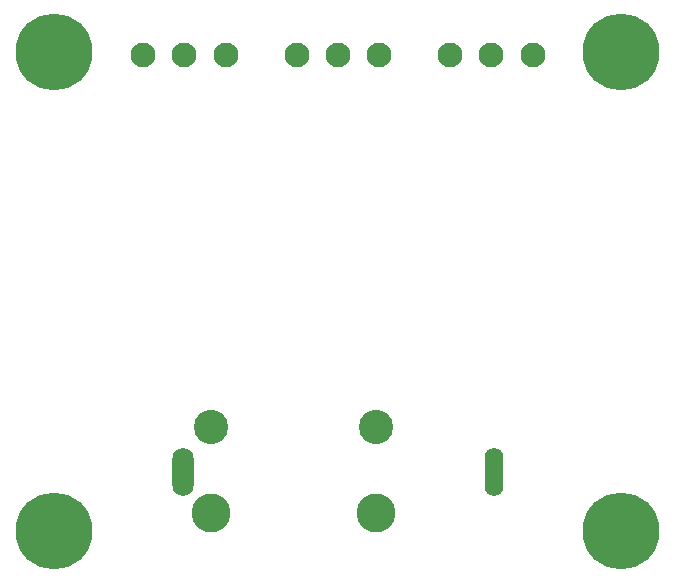
<source format=gbr>
%TF.GenerationSoftware,KiCad,Pcbnew,(5.1.6-0)*%
%TF.CreationDate,2023-05-11T16:35:51-07:00*%
%TF.ProjectId,input_buffer_RCA,696e7075-745f-4627-9566-6665725f5243,rev?*%
%TF.SameCoordinates,Original*%
%TF.FileFunction,Soldermask,Bot*%
%TF.FilePolarity,Negative*%
%FSLAX46Y46*%
G04 Gerber Fmt 4.6, Leading zero omitted, Abs format (unit mm)*
G04 Created by KiCad (PCBNEW (5.1.6-0)) date 2023-05-11 16:35:51*
%MOMM*%
%LPD*%
G01*
G04 APERTURE LIST*
%ADD10C,0.900000*%
%ADD11C,6.500000*%
%ADD12O,1.600000X4.100000*%
%ADD13O,1.800000X4.100000*%
%ADD14C,3.300000*%
%ADD15C,2.900000*%
%ADD16C,2.100000*%
G04 APERTURE END LIST*
D10*
%TO.C,H4*%
X150697056Y-144802944D03*
X149000000Y-144100000D03*
X147302944Y-144802944D03*
X146600000Y-146500000D03*
X147302944Y-148197056D03*
X149000000Y-148900000D03*
X150697056Y-148197056D03*
X151400000Y-146500000D03*
D11*
X149000000Y-146500000D03*
%TD*%
D10*
%TO.C,H3*%
X150697056Y-104302944D03*
X149000000Y-103600000D03*
X147302944Y-104302944D03*
X146600000Y-106000000D03*
X147302944Y-107697056D03*
X149000000Y-108400000D03*
X150697056Y-107697056D03*
X151400000Y-106000000D03*
D11*
X149000000Y-106000000D03*
%TD*%
D10*
%TO.C,H2*%
X102697056Y-144802944D03*
X101000000Y-144100000D03*
X99302944Y-144802944D03*
X98600000Y-146500000D03*
X99302944Y-148197056D03*
X101000000Y-148900000D03*
X102697056Y-148197056D03*
X103400000Y-146500000D03*
D11*
X101000000Y-146500000D03*
%TD*%
D10*
%TO.C,H1*%
X102697056Y-104302944D03*
X101000000Y-103600000D03*
X99302944Y-104302944D03*
X98600000Y-106000000D03*
X99302944Y-107697056D03*
X101000000Y-108400000D03*
X102697056Y-107697056D03*
X103400000Y-106000000D03*
D11*
X101000000Y-106000000D03*
%TD*%
D12*
%TO.C,J1*%
X138250000Y-141500000D03*
D13*
X111850000Y-141500000D03*
D14*
X114250000Y-145000000D03*
D15*
X128250000Y-137750000D03*
D14*
X128250000Y-145000000D03*
D15*
X114250000Y-137750000D03*
%TD*%
D16*
%TO.C,J4*%
X121500000Y-106250000D03*
X125000000Y-106250000D03*
X128500000Y-106250000D03*
%TD*%
%TO.C,J3*%
X134500000Y-106250000D03*
X138000000Y-106250000D03*
X141500000Y-106250000D03*
%TD*%
%TO.C,J2*%
X108500000Y-106250000D03*
X112000000Y-106250000D03*
X115500000Y-106250000D03*
%TD*%
M02*

</source>
